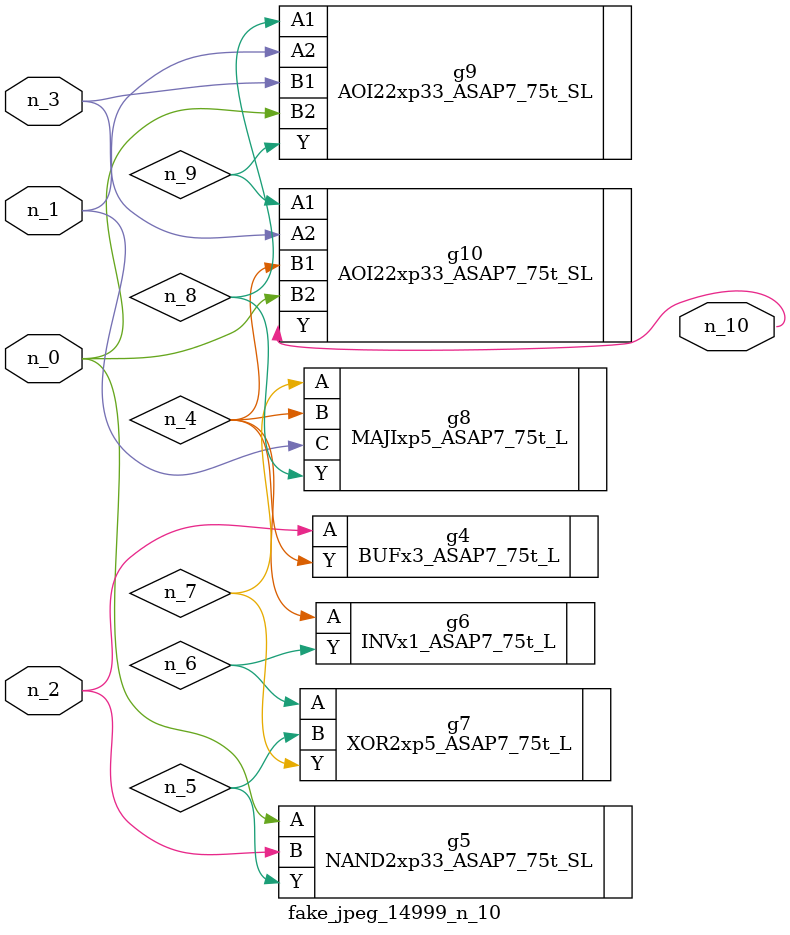
<source format=v>
module fake_jpeg_14999_n_10 (n_0, n_3, n_2, n_1, n_10);

input n_0;
input n_3;
input n_2;
input n_1;

output n_10;

wire n_4;
wire n_8;
wire n_9;
wire n_6;
wire n_5;
wire n_7;

BUFx3_ASAP7_75t_L g4 ( 
.A(n_2),
.Y(n_4)
);

NAND2xp33_ASAP7_75t_SL g5 ( 
.A(n_0),
.B(n_2),
.Y(n_5)
);

INVx1_ASAP7_75t_L g6 ( 
.A(n_4),
.Y(n_6)
);

XOR2xp5_ASAP7_75t_L g7 ( 
.A(n_6),
.B(n_5),
.Y(n_7)
);

MAJIxp5_ASAP7_75t_L g8 ( 
.A(n_7),
.B(n_4),
.C(n_1),
.Y(n_8)
);

AOI22xp33_ASAP7_75t_SL g9 ( 
.A1(n_8),
.A2(n_1),
.B1(n_3),
.B2(n_0),
.Y(n_9)
);

AOI22xp33_ASAP7_75t_SL g10 ( 
.A1(n_9),
.A2(n_3),
.B1(n_4),
.B2(n_0),
.Y(n_10)
);


endmodule
</source>
